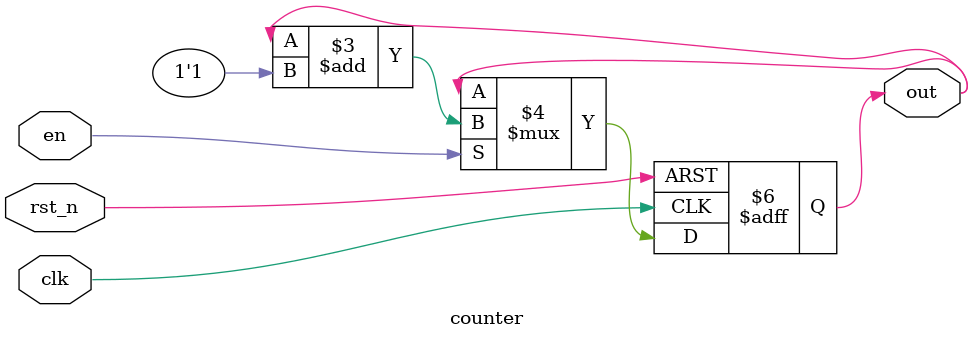
<source format=v>
`include "config.vh"

`ifdef  USE_STRUCTURAL_IMPLEMENTATION

module counter
# (
    parameter w = 1
) 
(
    input            clk,
    input            rst_n,
    input            en,
    output [w - 1:0] out
);

    wire [w - 1:0] q;
    wire [w - 1:0] d = q + 1'b1;

    register i_reg (clk, rst_n, en, d, q);
    
    assign out = q;

endmodule

`else

module counter
# (
    parameter w = 1
) 
(
    input                clk,
    input                rst_n,
    input                en,
    output reg [w - 1:0] out
);

    always @ (posedge clk or negedge rst_n)
        if (! rst_n)
            out <= { w { 1'b0 } };
        else if (en)
            out <= out + 1'b1;

endmodule

`endif

</source>
